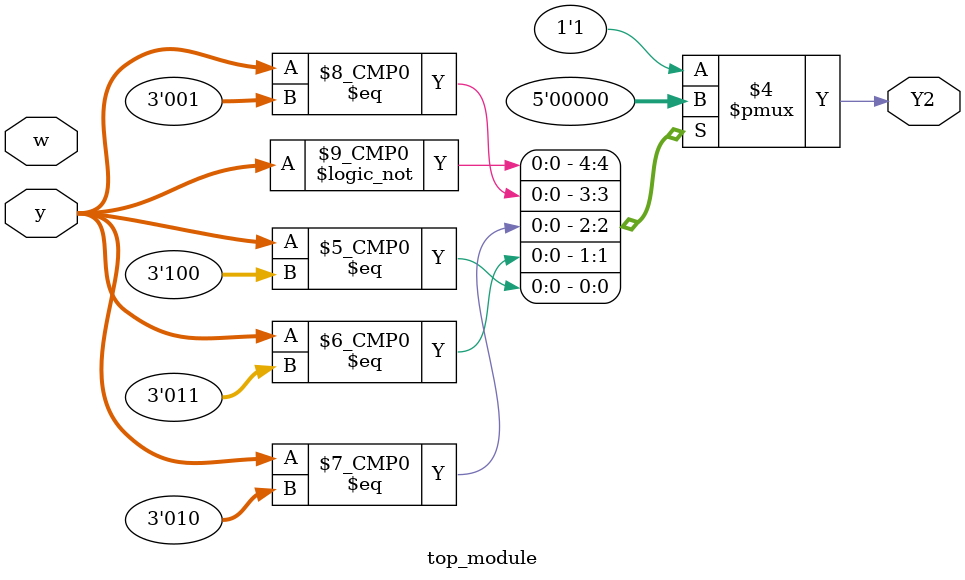
<source format=sv>
module top_module(
    input [3:1] y,
    input w,
    output reg Y2);
    
    always @(y or w) begin
        case(y)
            3'b000: Y2 = 1'b0;
            3'b001: Y2 = 1'b0;
            3'b010: Y2 = 1'b0;
            3'b011: Y2 = 1'b0;
            3'b100: Y2 = 1'b0;
            3'b101: Y2 = 1'b1;
            default: Y2 = 1'b1;
        endcase
    end
    
endmodule

</source>
